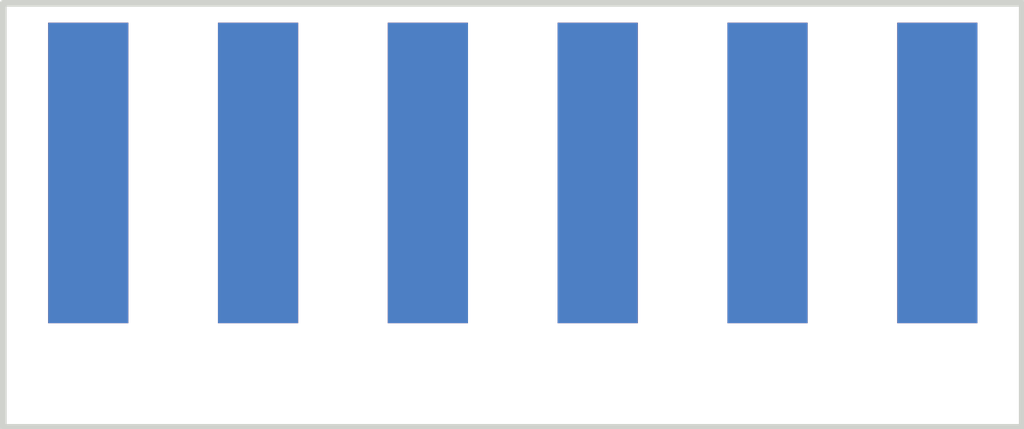
<source format=kicad_pcb>
(kicad_pcb (version 3) (host pcbnew "(22-Jun-2014 BZR 4027)-stable")

  (general
    (links 0)
    (no_connects 0)
    (area 206.205373 137.728 224.070627 149.292)
    (thickness 1.6)
    (drawings 4)
    (tracks 0)
    (zones 0)
    (modules 2)
    (nets 1)
  )

  (page A3)
  (layers
    (15 F.Cu signal)
    (0 B.Cu signal)
    (16 B.Adhes user)
    (17 F.Adhes user)
    (18 B.Paste user)
    (19 F.Paste user)
    (20 B.SilkS user)
    (21 F.SilkS user)
    (22 B.Mask user)
    (23 F.Mask user)
    (24 Dwgs.User user)
    (25 Cmts.User user)
    (26 Eco1.User user)
    (27 Eco2.User user)
    (28 Edge.Cuts user)
  )

  (setup
    (last_trace_width 0.254)
    (trace_clearance 0.254)
    (zone_clearance 0.508)
    (zone_45_only no)
    (trace_min 0.254)
    (segment_width 0.2)
    (edge_width 0.1)
    (via_size 0.889)
    (via_drill 0.635)
    (via_min_size 0.889)
    (via_min_drill 0.508)
    (uvia_size 0.508)
    (uvia_drill 0.127)
    (uvias_allowed no)
    (uvia_min_size 0.508)
    (uvia_min_drill 0.127)
    (pcb_text_width 0.3)
    (pcb_text_size 1.5 1.5)
    (mod_edge_width 0.15)
    (mod_text_size 1 1)
    (mod_text_width 0.15)
    (pad_size 1.5 1.5)
    (pad_drill 0.6)
    (pad_to_mask_clearance 0)
    (aux_axis_origin 0 0)
    (visible_elements FFFFFFBF)
    (pcbplotparams
      (layerselection 284196865)
      (usegerberextensions true)
      (excludeedgelayer true)
      (linewidth 0.150000)
      (plotframeref false)
      (viasonmask false)
      (mode 1)
      (useauxorigin false)
      (hpglpennumber 1)
      (hpglpenspeed 20)
      (hpglpendiameter 15)
      (hpglpenoverlay 2)
      (psnegative false)
      (psa4output false)
      (plotreference true)
      (plotvalue true)
      (plotothertext true)
      (plotinvisibletext false)
      (padsonsilk false)
      (subtractmaskfromsilk false)
      (outputformat 1)
      (mirror false)
      (drillshape 0)
      (scaleselection 1)
      (outputdirectory gerbers/))
  )

  (net 0 "")

  (net_class Default "This is the default net class."
    (clearance 0.254)
    (trace_width 0.254)
    (via_dia 0.889)
    (via_drill 0.635)
    (uvia_dia 0.508)
    (uvia_drill 0.127)
    (add_net "")
  )

  (module electro_hat_custom (layer F.Cu) (tedit 57CF0C80) (tstamp 57CEF768)
    (at 215.138 143.51)
    (path /57CEF5E4)
    (fp_text reference U1 (at 0 -4.445) (layer F.SilkS) hide
      (effects (font (size 1 1) (thickness 0.15)))
    )
    (fp_text value ELECTRO_HAT (at 0 4.953) (layer F.SilkS) hide
      (effects (font (size 1 1) (thickness 0.15)))
    )
    (pad 3 smd rect (at -1.27 0) (size 1.2 4.5)
      (layers F.Cu F.Paste F.Mask)
    )
    (pad 4 smd rect (at 1.27 0) (size 1.2 4.5)
      (layers F.Cu F.Paste F.Mask)
    )
    (pad 2 smd rect (at -3.81 0) (size 1.2 4.5)
      (layers F.Cu F.Paste F.Mask)
    )
    (pad 1 smd rect (at -6.35 0) (size 1.2 4.5)
      (layers F.Cu F.Paste F.Mask)
    )
    (pad 5 smd rect (at 3.81 0) (size 1.2 4.5)
      (layers F.Cu F.Paste F.Mask)
    )
    (pad 6 smd rect (at 6.35 0) (size 1.2 4.5)
      (layers F.Cu F.Paste F.Mask)
    )
  )

  (module electro_hat_custom (layer B.Cu) (tedit 57CF0C7D) (tstamp 57CF0AED)
    (at 215.138 143.51)
    (path /57CF090B)
    (fp_text reference U2 (at 0 4.445) (layer B.SilkS) hide
      (effects (font (size 1 1) (thickness 0.15)) (justify mirror))
    )
    (fp_text value ELECTRO_HAT (at 0 -4.953) (layer B.SilkS) hide
      (effects (font (size 1 1) (thickness 0.15)) (justify mirror))
    )
    (pad 3 smd rect (at -1.27 0) (size 1.2 4.5)
      (layers B.Cu B.Paste B.Mask)
    )
    (pad 4 smd rect (at 1.27 0) (size 1.2 4.5)
      (layers B.Cu B.Paste B.Mask)
    )
    (pad 2 smd rect (at -3.81 0) (size 1.2 4.5)
      (layers B.Cu B.Paste B.Mask)
    )
    (pad 1 smd rect (at -6.35 0) (size 1.2 4.5)
      (layers B.Cu B.Paste B.Mask)
    )
    (pad 5 smd rect (at 3.81 0) (size 1.2 4.5)
      (layers B.Cu B.Paste B.Mask)
    )
    (pad 6 smd rect (at 6.35 0) (size 1.2 4.5)
      (layers B.Cu B.Paste B.Mask)
    )
  )

  (gr_line (start 207.518 147.32) (end 207.518 140.97) (angle 90) (layer Edge.Cuts) (width 0.1))
  (gr_line (start 222.758 147.32) (end 207.518 147.32) (angle 90) (layer Edge.Cuts) (width 0.1))
  (gr_line (start 222.758 140.97) (end 222.758 147.32) (angle 90) (layer Edge.Cuts) (width 0.1))
  (gr_line (start 207.518 140.97) (end 222.758 140.97) (angle 90) (layer Edge.Cuts) (width 0.1))

)

</source>
